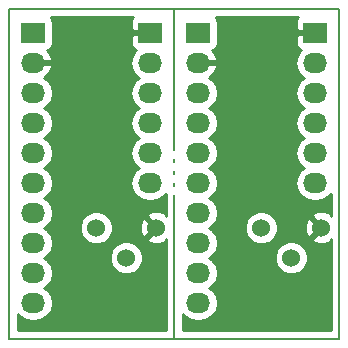
<source format=gbr>
%TF.GenerationSoftware,KiCad,Pcbnew,4.0.1+dfsg1-stable*%
%TF.CreationDate,2016-02-24T22:56:22+01:00*%
%TF.ProjectId,iotad,696F7461642E6B696361645F70636200,rev?*%
%TF.FileFunction,Copper,L2,Bot,Signal*%
%FSLAX46Y46*%
G04 Gerber Fmt 4.6, Leading zero omitted, Abs format (unit mm)*
G04 Created by KiCad (PCBNEW 4.0.1+dfsg1-stable) date Wed 24 Feb 2016 10:56:22 PM CET*
%MOMM*%
G01*
G04 APERTURE LIST*
%ADD10C,0.100000*%
%ADD11C,0.150000*%
%ADD12C,0.600000*%
%ADD13C,1.524000*%
%ADD14R,2.032000X1.727200*%
%ADD15O,2.032000X1.727200*%
%ADD16C,0.254000*%
G04 APERTURE END LIST*
D10*
D11*
X151130000Y-116332000D02*
X151130000Y-116586000D01*
X151130000Y-115316000D02*
X151130000Y-115570000D01*
X151130000Y-114300000D02*
X151130000Y-114554000D01*
X151130000Y-113538000D02*
X151130000Y-101600000D01*
X151130000Y-129540000D02*
X151130000Y-117348000D01*
X165100000Y-101600000D02*
X165100000Y-129540000D01*
X137160000Y-129540000D02*
X165100000Y-129540000D01*
X137160000Y-101600000D02*
X137160000Y-129540000D01*
X137160000Y-101600000D02*
X165100000Y-101600000D01*
D12*
X154940000Y-105156000D03*
D13*
X161036000Y-122682000D03*
X158496000Y-120142000D03*
X163576000Y-120142000D03*
D14*
X163068000Y-103632000D03*
D15*
X163068000Y-106172000D03*
X163068000Y-108712000D03*
X163068000Y-111252000D03*
X163068000Y-113792000D03*
X163068000Y-116332000D03*
D14*
X153162000Y-103632000D03*
D15*
X153162000Y-106172000D03*
X153162000Y-108712000D03*
X153162000Y-111252000D03*
X153162000Y-113792000D03*
X153162000Y-116332000D03*
X153162000Y-118872000D03*
X153162000Y-121412000D03*
X153162000Y-123952000D03*
X153162000Y-126492000D03*
D12*
X156440000Y-105156000D03*
X157940000Y-105156000D03*
X159440000Y-105156000D03*
X160940000Y-105156000D03*
X154940000Y-106656000D03*
X156440000Y-106656000D03*
X157940000Y-106656000D03*
X159440000Y-106656000D03*
X160940000Y-106656000D03*
X154940000Y-108156000D03*
X156440000Y-108156000D03*
X157940000Y-108156000D03*
X159440000Y-108156000D03*
X160940000Y-108156000D03*
X161194000Y-109934000D03*
X160686000Y-116284000D03*
X161448000Y-117554000D03*
X163734000Y-118316000D03*
X162464000Y-118316000D03*
X163988000Y-122380000D03*
X162718000Y-122380000D03*
X163480000Y-127714000D03*
X149510000Y-127714000D03*
X148748000Y-122380000D03*
X150018000Y-122380000D03*
X148494000Y-118316000D03*
X149764000Y-118316000D03*
X147478000Y-117554000D03*
X146716000Y-116284000D03*
X147224000Y-109934000D03*
X146970000Y-108156000D03*
X145470000Y-108156000D03*
X143970000Y-108156000D03*
X142470000Y-108156000D03*
X140970000Y-108156000D03*
X146970000Y-106656000D03*
X145470000Y-106656000D03*
X143970000Y-106656000D03*
X142470000Y-106656000D03*
X140970000Y-106656000D03*
X146970000Y-105156000D03*
X145470000Y-105156000D03*
X143970000Y-105156000D03*
X142470000Y-105156000D03*
D14*
X139192000Y-103632000D03*
D15*
X139192000Y-106172000D03*
X139192000Y-108712000D03*
X139192000Y-111252000D03*
X139192000Y-113792000D03*
X139192000Y-116332000D03*
X139192000Y-118872000D03*
X139192000Y-121412000D03*
X139192000Y-123952000D03*
X139192000Y-126492000D03*
D14*
X149098000Y-103632000D03*
D15*
X149098000Y-106172000D03*
X149098000Y-108712000D03*
X149098000Y-111252000D03*
X149098000Y-113792000D03*
X149098000Y-116332000D03*
D13*
X147066000Y-122682000D03*
X144526000Y-120142000D03*
X149606000Y-120142000D03*
D12*
X140970000Y-105156000D03*
D16*
G36*
X147543673Y-102408701D02*
X147447000Y-102642090D01*
X147447000Y-103346250D01*
X147605750Y-103505000D01*
X148971000Y-103505000D01*
X148971000Y-103485000D01*
X149225000Y-103485000D01*
X149225000Y-103505000D01*
X149245000Y-103505000D01*
X149245000Y-103759000D01*
X149225000Y-103759000D01*
X149225000Y-103779000D01*
X148971000Y-103779000D01*
X148971000Y-103759000D01*
X147605750Y-103759000D01*
X147447000Y-103917750D01*
X147447000Y-104621910D01*
X147543673Y-104855299D01*
X147722302Y-105033927D01*
X147875780Y-105097500D01*
X147853585Y-105112330D01*
X147528729Y-105598511D01*
X147414655Y-106172000D01*
X147528729Y-106745489D01*
X147853585Y-107231670D01*
X148168366Y-107442000D01*
X147853585Y-107652330D01*
X147528729Y-108138511D01*
X147414655Y-108712000D01*
X147528729Y-109285489D01*
X147853585Y-109771670D01*
X148168366Y-109982000D01*
X147853585Y-110192330D01*
X147528729Y-110678511D01*
X147414655Y-111252000D01*
X147528729Y-111825489D01*
X147853585Y-112311670D01*
X148168366Y-112522000D01*
X147853585Y-112732330D01*
X147528729Y-113218511D01*
X147414655Y-113792000D01*
X147528729Y-114365489D01*
X147853585Y-114851670D01*
X148168366Y-115062000D01*
X147853585Y-115272330D01*
X147528729Y-115758511D01*
X147414655Y-116332000D01*
X147528729Y-116905489D01*
X147853585Y-117391670D01*
X148339766Y-117716526D01*
X148913255Y-117830600D01*
X149282745Y-117830600D01*
X149856234Y-117716526D01*
X150342415Y-117391670D01*
X150440518Y-117244848D01*
X150420000Y-117348000D01*
X150420000Y-119148392D01*
X150406607Y-119161785D01*
X150337143Y-118919603D01*
X149813698Y-118732856D01*
X149258632Y-118760638D01*
X148874857Y-118919603D01*
X148805392Y-119161787D01*
X149606000Y-119962395D01*
X149620143Y-119948253D01*
X149799748Y-120127858D01*
X149785605Y-120142000D01*
X149799748Y-120156143D01*
X149620143Y-120335748D01*
X149606000Y-120321605D01*
X148805392Y-121122213D01*
X148874857Y-121364397D01*
X149398302Y-121551144D01*
X149953368Y-121523362D01*
X150337143Y-121364397D01*
X150406607Y-121122215D01*
X150420000Y-121135608D01*
X150420000Y-128830000D01*
X137870000Y-128830000D01*
X137870000Y-127435556D01*
X137947585Y-127551670D01*
X138433766Y-127876526D01*
X139007255Y-127990600D01*
X139376745Y-127990600D01*
X139950234Y-127876526D01*
X140436415Y-127551670D01*
X140761271Y-127065489D01*
X140875345Y-126492000D01*
X140761271Y-125918511D01*
X140436415Y-125432330D01*
X140121634Y-125222000D01*
X140436415Y-125011670D01*
X140761271Y-124525489D01*
X140875345Y-123952000D01*
X140761271Y-123378511D01*
X140480736Y-122958661D01*
X145668758Y-122958661D01*
X145880990Y-123472303D01*
X146273630Y-123865629D01*
X146786900Y-124078757D01*
X147342661Y-124079242D01*
X147856303Y-123867010D01*
X148249629Y-123474370D01*
X148462757Y-122961100D01*
X148463242Y-122405339D01*
X148251010Y-121891697D01*
X147858370Y-121498371D01*
X147345100Y-121285243D01*
X146789339Y-121284758D01*
X146275697Y-121496990D01*
X145882371Y-121889630D01*
X145669243Y-122402900D01*
X145668758Y-122958661D01*
X140480736Y-122958661D01*
X140436415Y-122892330D01*
X140121634Y-122682000D01*
X140436415Y-122471670D01*
X140761271Y-121985489D01*
X140875345Y-121412000D01*
X140761271Y-120838511D01*
X140480736Y-120418661D01*
X143128758Y-120418661D01*
X143340990Y-120932303D01*
X143733630Y-121325629D01*
X144246900Y-121538757D01*
X144802661Y-121539242D01*
X145316303Y-121327010D01*
X145709629Y-120934370D01*
X145922757Y-120421100D01*
X145923181Y-119934302D01*
X148196856Y-119934302D01*
X148224638Y-120489368D01*
X148383603Y-120873143D01*
X148625787Y-120942608D01*
X149426395Y-120142000D01*
X148625787Y-119341392D01*
X148383603Y-119410857D01*
X148196856Y-119934302D01*
X145923181Y-119934302D01*
X145923242Y-119865339D01*
X145711010Y-119351697D01*
X145318370Y-118958371D01*
X144805100Y-118745243D01*
X144249339Y-118744758D01*
X143735697Y-118956990D01*
X143342371Y-119349630D01*
X143129243Y-119862900D01*
X143128758Y-120418661D01*
X140480736Y-120418661D01*
X140436415Y-120352330D01*
X140121634Y-120142000D01*
X140436415Y-119931670D01*
X140761271Y-119445489D01*
X140875345Y-118872000D01*
X140761271Y-118298511D01*
X140436415Y-117812330D01*
X140121634Y-117602000D01*
X140436415Y-117391670D01*
X140761271Y-116905489D01*
X140875345Y-116332000D01*
X140761271Y-115758511D01*
X140436415Y-115272330D01*
X140121634Y-115062000D01*
X140436415Y-114851670D01*
X140761271Y-114365489D01*
X140875345Y-113792000D01*
X140761271Y-113218511D01*
X140436415Y-112732330D01*
X140121634Y-112522000D01*
X140436415Y-112311670D01*
X140761271Y-111825489D01*
X140875345Y-111252000D01*
X140761271Y-110678511D01*
X140436415Y-110192330D01*
X140121634Y-109982000D01*
X140436415Y-109771670D01*
X140761271Y-109285489D01*
X140875345Y-108712000D01*
X140761271Y-108138511D01*
X140436415Y-107652330D01*
X140126931Y-107445539D01*
X140542732Y-107074036D01*
X140796709Y-106546791D01*
X140799358Y-106531026D01*
X140678217Y-106299000D01*
X139319000Y-106299000D01*
X139319000Y-106319000D01*
X139065000Y-106319000D01*
X139065000Y-106299000D01*
X139045000Y-106299000D01*
X139045000Y-106045000D01*
X139065000Y-106045000D01*
X139065000Y-106025000D01*
X139319000Y-106025000D01*
X139319000Y-106045000D01*
X140678217Y-106045000D01*
X140799358Y-105812974D01*
X140796709Y-105797209D01*
X140542732Y-105269964D01*
X140367155Y-105113093D01*
X140443317Y-105098762D01*
X140659441Y-104959690D01*
X140804431Y-104747490D01*
X140855440Y-104495600D01*
X140855440Y-102768400D01*
X140811162Y-102533083D01*
X140672090Y-102316959D01*
X140661905Y-102310000D01*
X147642375Y-102310000D01*
X147543673Y-102408701D01*
X147543673Y-102408701D01*
G37*
X147543673Y-102408701D02*
X147447000Y-102642090D01*
X147447000Y-103346250D01*
X147605750Y-103505000D01*
X148971000Y-103505000D01*
X148971000Y-103485000D01*
X149225000Y-103485000D01*
X149225000Y-103505000D01*
X149245000Y-103505000D01*
X149245000Y-103759000D01*
X149225000Y-103759000D01*
X149225000Y-103779000D01*
X148971000Y-103779000D01*
X148971000Y-103759000D01*
X147605750Y-103759000D01*
X147447000Y-103917750D01*
X147447000Y-104621910D01*
X147543673Y-104855299D01*
X147722302Y-105033927D01*
X147875780Y-105097500D01*
X147853585Y-105112330D01*
X147528729Y-105598511D01*
X147414655Y-106172000D01*
X147528729Y-106745489D01*
X147853585Y-107231670D01*
X148168366Y-107442000D01*
X147853585Y-107652330D01*
X147528729Y-108138511D01*
X147414655Y-108712000D01*
X147528729Y-109285489D01*
X147853585Y-109771670D01*
X148168366Y-109982000D01*
X147853585Y-110192330D01*
X147528729Y-110678511D01*
X147414655Y-111252000D01*
X147528729Y-111825489D01*
X147853585Y-112311670D01*
X148168366Y-112522000D01*
X147853585Y-112732330D01*
X147528729Y-113218511D01*
X147414655Y-113792000D01*
X147528729Y-114365489D01*
X147853585Y-114851670D01*
X148168366Y-115062000D01*
X147853585Y-115272330D01*
X147528729Y-115758511D01*
X147414655Y-116332000D01*
X147528729Y-116905489D01*
X147853585Y-117391670D01*
X148339766Y-117716526D01*
X148913255Y-117830600D01*
X149282745Y-117830600D01*
X149856234Y-117716526D01*
X150342415Y-117391670D01*
X150440518Y-117244848D01*
X150420000Y-117348000D01*
X150420000Y-119148392D01*
X150406607Y-119161785D01*
X150337143Y-118919603D01*
X149813698Y-118732856D01*
X149258632Y-118760638D01*
X148874857Y-118919603D01*
X148805392Y-119161787D01*
X149606000Y-119962395D01*
X149620143Y-119948253D01*
X149799748Y-120127858D01*
X149785605Y-120142000D01*
X149799748Y-120156143D01*
X149620143Y-120335748D01*
X149606000Y-120321605D01*
X148805392Y-121122213D01*
X148874857Y-121364397D01*
X149398302Y-121551144D01*
X149953368Y-121523362D01*
X150337143Y-121364397D01*
X150406607Y-121122215D01*
X150420000Y-121135608D01*
X150420000Y-128830000D01*
X137870000Y-128830000D01*
X137870000Y-127435556D01*
X137947585Y-127551670D01*
X138433766Y-127876526D01*
X139007255Y-127990600D01*
X139376745Y-127990600D01*
X139950234Y-127876526D01*
X140436415Y-127551670D01*
X140761271Y-127065489D01*
X140875345Y-126492000D01*
X140761271Y-125918511D01*
X140436415Y-125432330D01*
X140121634Y-125222000D01*
X140436415Y-125011670D01*
X140761271Y-124525489D01*
X140875345Y-123952000D01*
X140761271Y-123378511D01*
X140480736Y-122958661D01*
X145668758Y-122958661D01*
X145880990Y-123472303D01*
X146273630Y-123865629D01*
X146786900Y-124078757D01*
X147342661Y-124079242D01*
X147856303Y-123867010D01*
X148249629Y-123474370D01*
X148462757Y-122961100D01*
X148463242Y-122405339D01*
X148251010Y-121891697D01*
X147858370Y-121498371D01*
X147345100Y-121285243D01*
X146789339Y-121284758D01*
X146275697Y-121496990D01*
X145882371Y-121889630D01*
X145669243Y-122402900D01*
X145668758Y-122958661D01*
X140480736Y-122958661D01*
X140436415Y-122892330D01*
X140121634Y-122682000D01*
X140436415Y-122471670D01*
X140761271Y-121985489D01*
X140875345Y-121412000D01*
X140761271Y-120838511D01*
X140480736Y-120418661D01*
X143128758Y-120418661D01*
X143340990Y-120932303D01*
X143733630Y-121325629D01*
X144246900Y-121538757D01*
X144802661Y-121539242D01*
X145316303Y-121327010D01*
X145709629Y-120934370D01*
X145922757Y-120421100D01*
X145923181Y-119934302D01*
X148196856Y-119934302D01*
X148224638Y-120489368D01*
X148383603Y-120873143D01*
X148625787Y-120942608D01*
X149426395Y-120142000D01*
X148625787Y-119341392D01*
X148383603Y-119410857D01*
X148196856Y-119934302D01*
X145923181Y-119934302D01*
X145923242Y-119865339D01*
X145711010Y-119351697D01*
X145318370Y-118958371D01*
X144805100Y-118745243D01*
X144249339Y-118744758D01*
X143735697Y-118956990D01*
X143342371Y-119349630D01*
X143129243Y-119862900D01*
X143128758Y-120418661D01*
X140480736Y-120418661D01*
X140436415Y-120352330D01*
X140121634Y-120142000D01*
X140436415Y-119931670D01*
X140761271Y-119445489D01*
X140875345Y-118872000D01*
X140761271Y-118298511D01*
X140436415Y-117812330D01*
X140121634Y-117602000D01*
X140436415Y-117391670D01*
X140761271Y-116905489D01*
X140875345Y-116332000D01*
X140761271Y-115758511D01*
X140436415Y-115272330D01*
X140121634Y-115062000D01*
X140436415Y-114851670D01*
X140761271Y-114365489D01*
X140875345Y-113792000D01*
X140761271Y-113218511D01*
X140436415Y-112732330D01*
X140121634Y-112522000D01*
X140436415Y-112311670D01*
X140761271Y-111825489D01*
X140875345Y-111252000D01*
X140761271Y-110678511D01*
X140436415Y-110192330D01*
X140121634Y-109982000D01*
X140436415Y-109771670D01*
X140761271Y-109285489D01*
X140875345Y-108712000D01*
X140761271Y-108138511D01*
X140436415Y-107652330D01*
X140126931Y-107445539D01*
X140542732Y-107074036D01*
X140796709Y-106546791D01*
X140799358Y-106531026D01*
X140678217Y-106299000D01*
X139319000Y-106299000D01*
X139319000Y-106319000D01*
X139065000Y-106319000D01*
X139065000Y-106299000D01*
X139045000Y-106299000D01*
X139045000Y-106045000D01*
X139065000Y-106045000D01*
X139065000Y-106025000D01*
X139319000Y-106025000D01*
X139319000Y-106045000D01*
X140678217Y-106045000D01*
X140799358Y-105812974D01*
X140796709Y-105797209D01*
X140542732Y-105269964D01*
X140367155Y-105113093D01*
X140443317Y-105098762D01*
X140659441Y-104959690D01*
X140804431Y-104747490D01*
X140855440Y-104495600D01*
X140855440Y-102768400D01*
X140811162Y-102533083D01*
X140672090Y-102316959D01*
X140661905Y-102310000D01*
X147642375Y-102310000D01*
X147543673Y-102408701D01*
G36*
X161513673Y-102408701D02*
X161417000Y-102642090D01*
X161417000Y-103346250D01*
X161575750Y-103505000D01*
X162941000Y-103505000D01*
X162941000Y-103485000D01*
X163195000Y-103485000D01*
X163195000Y-103505000D01*
X163215000Y-103505000D01*
X163215000Y-103759000D01*
X163195000Y-103759000D01*
X163195000Y-103779000D01*
X162941000Y-103779000D01*
X162941000Y-103759000D01*
X161575750Y-103759000D01*
X161417000Y-103917750D01*
X161417000Y-104621910D01*
X161513673Y-104855299D01*
X161692302Y-105033927D01*
X161845780Y-105097500D01*
X161823585Y-105112330D01*
X161498729Y-105598511D01*
X161384655Y-106172000D01*
X161498729Y-106745489D01*
X161823585Y-107231670D01*
X162138366Y-107442000D01*
X161823585Y-107652330D01*
X161498729Y-108138511D01*
X161384655Y-108712000D01*
X161498729Y-109285489D01*
X161823585Y-109771670D01*
X162138366Y-109982000D01*
X161823585Y-110192330D01*
X161498729Y-110678511D01*
X161384655Y-111252000D01*
X161498729Y-111825489D01*
X161823585Y-112311670D01*
X162138366Y-112522000D01*
X161823585Y-112732330D01*
X161498729Y-113218511D01*
X161384655Y-113792000D01*
X161498729Y-114365489D01*
X161823585Y-114851670D01*
X162138366Y-115062000D01*
X161823585Y-115272330D01*
X161498729Y-115758511D01*
X161384655Y-116332000D01*
X161498729Y-116905489D01*
X161823585Y-117391670D01*
X162309766Y-117716526D01*
X162883255Y-117830600D01*
X163252745Y-117830600D01*
X163826234Y-117716526D01*
X164312415Y-117391670D01*
X164410518Y-117244848D01*
X164390000Y-117348000D01*
X164390000Y-119148392D01*
X164376607Y-119161785D01*
X164307143Y-118919603D01*
X163783698Y-118732856D01*
X163228632Y-118760638D01*
X162844857Y-118919603D01*
X162775392Y-119161787D01*
X163576000Y-119962395D01*
X163590143Y-119948253D01*
X163769748Y-120127858D01*
X163755605Y-120142000D01*
X163769748Y-120156143D01*
X163590143Y-120335748D01*
X163576000Y-120321605D01*
X162775392Y-121122213D01*
X162844857Y-121364397D01*
X163368302Y-121551144D01*
X163923368Y-121523362D01*
X164307143Y-121364397D01*
X164376607Y-121122215D01*
X164390000Y-121135608D01*
X164390000Y-128830000D01*
X151840000Y-128830000D01*
X151840000Y-127435556D01*
X151917585Y-127551670D01*
X152403766Y-127876526D01*
X152977255Y-127990600D01*
X153346745Y-127990600D01*
X153920234Y-127876526D01*
X154406415Y-127551670D01*
X154731271Y-127065489D01*
X154845345Y-126492000D01*
X154731271Y-125918511D01*
X154406415Y-125432330D01*
X154091634Y-125222000D01*
X154406415Y-125011670D01*
X154731271Y-124525489D01*
X154845345Y-123952000D01*
X154731271Y-123378511D01*
X154450736Y-122958661D01*
X159638758Y-122958661D01*
X159850990Y-123472303D01*
X160243630Y-123865629D01*
X160756900Y-124078757D01*
X161312661Y-124079242D01*
X161826303Y-123867010D01*
X162219629Y-123474370D01*
X162432757Y-122961100D01*
X162433242Y-122405339D01*
X162221010Y-121891697D01*
X161828370Y-121498371D01*
X161315100Y-121285243D01*
X160759339Y-121284758D01*
X160245697Y-121496990D01*
X159852371Y-121889630D01*
X159639243Y-122402900D01*
X159638758Y-122958661D01*
X154450736Y-122958661D01*
X154406415Y-122892330D01*
X154091634Y-122682000D01*
X154406415Y-122471670D01*
X154731271Y-121985489D01*
X154845345Y-121412000D01*
X154731271Y-120838511D01*
X154450736Y-120418661D01*
X157098758Y-120418661D01*
X157310990Y-120932303D01*
X157703630Y-121325629D01*
X158216900Y-121538757D01*
X158772661Y-121539242D01*
X159286303Y-121327010D01*
X159679629Y-120934370D01*
X159892757Y-120421100D01*
X159893181Y-119934302D01*
X162166856Y-119934302D01*
X162194638Y-120489368D01*
X162353603Y-120873143D01*
X162595787Y-120942608D01*
X163396395Y-120142000D01*
X162595787Y-119341392D01*
X162353603Y-119410857D01*
X162166856Y-119934302D01*
X159893181Y-119934302D01*
X159893242Y-119865339D01*
X159681010Y-119351697D01*
X159288370Y-118958371D01*
X158775100Y-118745243D01*
X158219339Y-118744758D01*
X157705697Y-118956990D01*
X157312371Y-119349630D01*
X157099243Y-119862900D01*
X157098758Y-120418661D01*
X154450736Y-120418661D01*
X154406415Y-120352330D01*
X154091634Y-120142000D01*
X154406415Y-119931670D01*
X154731271Y-119445489D01*
X154845345Y-118872000D01*
X154731271Y-118298511D01*
X154406415Y-117812330D01*
X154091634Y-117602000D01*
X154406415Y-117391670D01*
X154731271Y-116905489D01*
X154845345Y-116332000D01*
X154731271Y-115758511D01*
X154406415Y-115272330D01*
X154091634Y-115062000D01*
X154406415Y-114851670D01*
X154731271Y-114365489D01*
X154845345Y-113792000D01*
X154731271Y-113218511D01*
X154406415Y-112732330D01*
X154091634Y-112522000D01*
X154406415Y-112311670D01*
X154731271Y-111825489D01*
X154845345Y-111252000D01*
X154731271Y-110678511D01*
X154406415Y-110192330D01*
X154091634Y-109982000D01*
X154406415Y-109771670D01*
X154731271Y-109285489D01*
X154845345Y-108712000D01*
X154731271Y-108138511D01*
X154406415Y-107652330D01*
X154096931Y-107445539D01*
X154512732Y-107074036D01*
X154766709Y-106546791D01*
X154769358Y-106531026D01*
X154648217Y-106299000D01*
X153289000Y-106299000D01*
X153289000Y-106319000D01*
X153035000Y-106319000D01*
X153035000Y-106299000D01*
X153015000Y-106299000D01*
X153015000Y-106045000D01*
X153035000Y-106045000D01*
X153035000Y-106025000D01*
X153289000Y-106025000D01*
X153289000Y-106045000D01*
X154648217Y-106045000D01*
X154769358Y-105812974D01*
X154766709Y-105797209D01*
X154512732Y-105269964D01*
X154337155Y-105113093D01*
X154413317Y-105098762D01*
X154629441Y-104959690D01*
X154774431Y-104747490D01*
X154825440Y-104495600D01*
X154825440Y-102768400D01*
X154781162Y-102533083D01*
X154642090Y-102316959D01*
X154631905Y-102310000D01*
X161612375Y-102310000D01*
X161513673Y-102408701D01*
X161513673Y-102408701D01*
G37*
X161513673Y-102408701D02*
X161417000Y-102642090D01*
X161417000Y-103346250D01*
X161575750Y-103505000D01*
X162941000Y-103505000D01*
X162941000Y-103485000D01*
X163195000Y-103485000D01*
X163195000Y-103505000D01*
X163215000Y-103505000D01*
X163215000Y-103759000D01*
X163195000Y-103759000D01*
X163195000Y-103779000D01*
X162941000Y-103779000D01*
X162941000Y-103759000D01*
X161575750Y-103759000D01*
X161417000Y-103917750D01*
X161417000Y-104621910D01*
X161513673Y-104855299D01*
X161692302Y-105033927D01*
X161845780Y-105097500D01*
X161823585Y-105112330D01*
X161498729Y-105598511D01*
X161384655Y-106172000D01*
X161498729Y-106745489D01*
X161823585Y-107231670D01*
X162138366Y-107442000D01*
X161823585Y-107652330D01*
X161498729Y-108138511D01*
X161384655Y-108712000D01*
X161498729Y-109285489D01*
X161823585Y-109771670D01*
X162138366Y-109982000D01*
X161823585Y-110192330D01*
X161498729Y-110678511D01*
X161384655Y-111252000D01*
X161498729Y-111825489D01*
X161823585Y-112311670D01*
X162138366Y-112522000D01*
X161823585Y-112732330D01*
X161498729Y-113218511D01*
X161384655Y-113792000D01*
X161498729Y-114365489D01*
X161823585Y-114851670D01*
X162138366Y-115062000D01*
X161823585Y-115272330D01*
X161498729Y-115758511D01*
X161384655Y-116332000D01*
X161498729Y-116905489D01*
X161823585Y-117391670D01*
X162309766Y-117716526D01*
X162883255Y-117830600D01*
X163252745Y-117830600D01*
X163826234Y-117716526D01*
X164312415Y-117391670D01*
X164410518Y-117244848D01*
X164390000Y-117348000D01*
X164390000Y-119148392D01*
X164376607Y-119161785D01*
X164307143Y-118919603D01*
X163783698Y-118732856D01*
X163228632Y-118760638D01*
X162844857Y-118919603D01*
X162775392Y-119161787D01*
X163576000Y-119962395D01*
X163590143Y-119948253D01*
X163769748Y-120127858D01*
X163755605Y-120142000D01*
X163769748Y-120156143D01*
X163590143Y-120335748D01*
X163576000Y-120321605D01*
X162775392Y-121122213D01*
X162844857Y-121364397D01*
X163368302Y-121551144D01*
X163923368Y-121523362D01*
X164307143Y-121364397D01*
X164376607Y-121122215D01*
X164390000Y-121135608D01*
X164390000Y-128830000D01*
X151840000Y-128830000D01*
X151840000Y-127435556D01*
X151917585Y-127551670D01*
X152403766Y-127876526D01*
X152977255Y-127990600D01*
X153346745Y-127990600D01*
X153920234Y-127876526D01*
X154406415Y-127551670D01*
X154731271Y-127065489D01*
X154845345Y-126492000D01*
X154731271Y-125918511D01*
X154406415Y-125432330D01*
X154091634Y-125222000D01*
X154406415Y-125011670D01*
X154731271Y-124525489D01*
X154845345Y-123952000D01*
X154731271Y-123378511D01*
X154450736Y-122958661D01*
X159638758Y-122958661D01*
X159850990Y-123472303D01*
X160243630Y-123865629D01*
X160756900Y-124078757D01*
X161312661Y-124079242D01*
X161826303Y-123867010D01*
X162219629Y-123474370D01*
X162432757Y-122961100D01*
X162433242Y-122405339D01*
X162221010Y-121891697D01*
X161828370Y-121498371D01*
X161315100Y-121285243D01*
X160759339Y-121284758D01*
X160245697Y-121496990D01*
X159852371Y-121889630D01*
X159639243Y-122402900D01*
X159638758Y-122958661D01*
X154450736Y-122958661D01*
X154406415Y-122892330D01*
X154091634Y-122682000D01*
X154406415Y-122471670D01*
X154731271Y-121985489D01*
X154845345Y-121412000D01*
X154731271Y-120838511D01*
X154450736Y-120418661D01*
X157098758Y-120418661D01*
X157310990Y-120932303D01*
X157703630Y-121325629D01*
X158216900Y-121538757D01*
X158772661Y-121539242D01*
X159286303Y-121327010D01*
X159679629Y-120934370D01*
X159892757Y-120421100D01*
X159893181Y-119934302D01*
X162166856Y-119934302D01*
X162194638Y-120489368D01*
X162353603Y-120873143D01*
X162595787Y-120942608D01*
X163396395Y-120142000D01*
X162595787Y-119341392D01*
X162353603Y-119410857D01*
X162166856Y-119934302D01*
X159893181Y-119934302D01*
X159893242Y-119865339D01*
X159681010Y-119351697D01*
X159288370Y-118958371D01*
X158775100Y-118745243D01*
X158219339Y-118744758D01*
X157705697Y-118956990D01*
X157312371Y-119349630D01*
X157099243Y-119862900D01*
X157098758Y-120418661D01*
X154450736Y-120418661D01*
X154406415Y-120352330D01*
X154091634Y-120142000D01*
X154406415Y-119931670D01*
X154731271Y-119445489D01*
X154845345Y-118872000D01*
X154731271Y-118298511D01*
X154406415Y-117812330D01*
X154091634Y-117602000D01*
X154406415Y-117391670D01*
X154731271Y-116905489D01*
X154845345Y-116332000D01*
X154731271Y-115758511D01*
X154406415Y-115272330D01*
X154091634Y-115062000D01*
X154406415Y-114851670D01*
X154731271Y-114365489D01*
X154845345Y-113792000D01*
X154731271Y-113218511D01*
X154406415Y-112732330D01*
X154091634Y-112522000D01*
X154406415Y-112311670D01*
X154731271Y-111825489D01*
X154845345Y-111252000D01*
X154731271Y-110678511D01*
X154406415Y-110192330D01*
X154091634Y-109982000D01*
X154406415Y-109771670D01*
X154731271Y-109285489D01*
X154845345Y-108712000D01*
X154731271Y-108138511D01*
X154406415Y-107652330D01*
X154096931Y-107445539D01*
X154512732Y-107074036D01*
X154766709Y-106546791D01*
X154769358Y-106531026D01*
X154648217Y-106299000D01*
X153289000Y-106299000D01*
X153289000Y-106319000D01*
X153035000Y-106319000D01*
X153035000Y-106299000D01*
X153015000Y-106299000D01*
X153015000Y-106045000D01*
X153035000Y-106045000D01*
X153035000Y-106025000D01*
X153289000Y-106025000D01*
X153289000Y-106045000D01*
X154648217Y-106045000D01*
X154769358Y-105812974D01*
X154766709Y-105797209D01*
X154512732Y-105269964D01*
X154337155Y-105113093D01*
X154413317Y-105098762D01*
X154629441Y-104959690D01*
X154774431Y-104747490D01*
X154825440Y-104495600D01*
X154825440Y-102768400D01*
X154781162Y-102533083D01*
X154642090Y-102316959D01*
X154631905Y-102310000D01*
X161612375Y-102310000D01*
X161513673Y-102408701D01*
M02*

</source>
